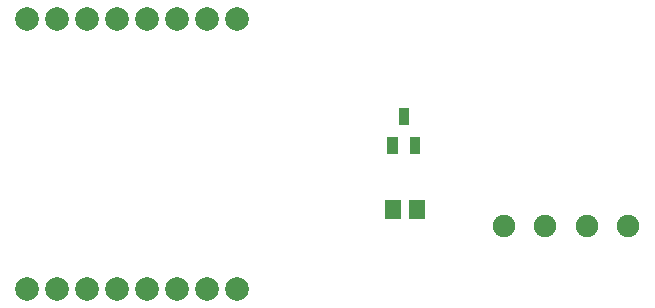
<source format=gts>
G04 Layer: TopSolderMaskLayer*
G04 EasyEDA v6.4.21, 2021-08-27T17:56:30+02:00*
G04 e7cb7ce6d9f94255a7045453de3fad17,10*
G04 Gerber Generator version 0.2*
G04 Scale: 100 percent, Rotated: No, Reflected: No *
G04 Dimensions in millimeters *
G04 leading zeros omitted , absolute positions ,4 integer and 5 decimal *
%FSLAX45Y45*%
%MOMM*%

%ADD19C,1.9032*%
%ADD22C,2.0032*%

%LPD*%
D19*
G01*
X5875807Y5664192D03*
G01*
X6225793Y5664192D03*
G01*
X6575806Y5664192D03*
G01*
X6925792Y5664192D03*
G36*
X4872227Y5721350D02*
G01*
X4872227Y5886450D01*
X5008372Y5886450D01*
X5008372Y5721350D01*
G37*
G36*
X5075427Y5721350D02*
G01*
X5075427Y5886450D01*
X5211572Y5886450D01*
X5211572Y5721350D01*
G37*
G36*
X4983988Y6518655D02*
G01*
X4983988Y6663944D01*
X5074411Y6663944D01*
X5074411Y6518655D01*
G37*
G36*
X5078984Y6268720D02*
G01*
X5078984Y6414007D01*
X5169408Y6414007D01*
X5169408Y6268720D01*
G37*
G36*
X4888991Y6268720D02*
G01*
X4888991Y6414007D01*
X4979415Y6414007D01*
X4979415Y6268720D01*
G37*
D22*
G01*
X3619500Y7416805D03*
G01*
X3365500Y7416805D03*
G01*
X3111500Y7416805D03*
G01*
X2857500Y7416805D03*
G01*
X2603500Y7416805D03*
G01*
X2349500Y7416805D03*
G01*
X2095500Y7416805D03*
G01*
X1841500Y7416805D03*
G01*
X3619500Y5130805D03*
G01*
X3365500Y5130805D03*
G01*
X3111500Y5130805D03*
G01*
X2857500Y5130805D03*
G01*
X2603500Y5130805D03*
G01*
X2349500Y5130805D03*
G01*
X2095500Y5130805D03*
G01*
X1841500Y5130805D03*
M02*

</source>
